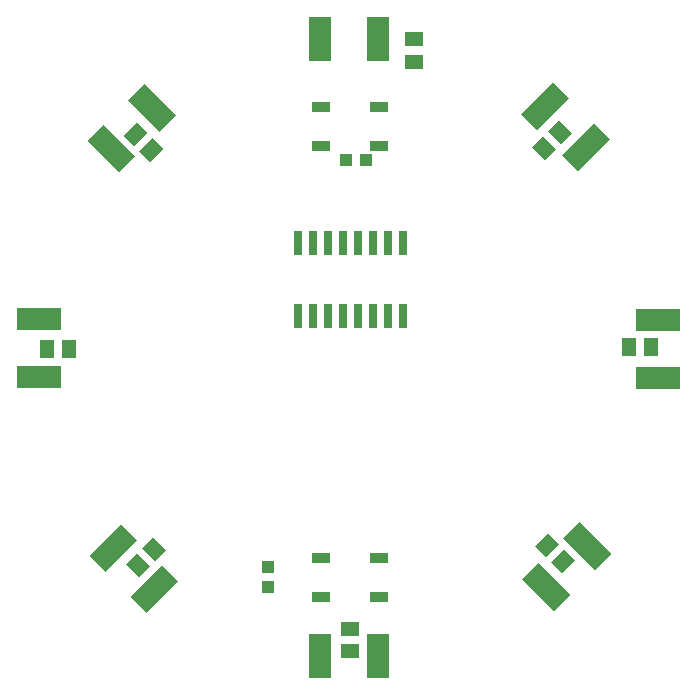
<source format=gbr>
G04 EAGLE Gerber RS-274X export*
G75*
%MOMM*%
%FSLAX34Y34*%
%LPD*%
%INSolderpaste Bottom*%
%IPPOS*%
%AMOC8*
5,1,8,0,0,1.08239X$1,22.5*%
G01*
%ADD10R,0.660400X2.032000*%
%ADD11R,1.500000X0.900000*%
%ADD12R,1.930400X3.810000*%
%ADD13R,3.810000X1.930400*%
%ADD14R,1.600000X1.300000*%
%ADD15R,1.300000X1.600000*%
%ADD16R,1.100000X1.000000*%
%ADD17R,1.000000X1.100000*%


D10*
X77640Y383666D03*
X77640Y322198D03*
X90340Y383666D03*
X103040Y383666D03*
X90340Y322198D03*
X103040Y322198D03*
X115740Y383666D03*
X115740Y322198D03*
X128440Y383666D03*
X128440Y322198D03*
X141140Y383666D03*
X153840Y383666D03*
X141140Y322198D03*
X153840Y322198D03*
X166540Y383666D03*
X166540Y322198D03*
D11*
X97468Y465861D03*
X97468Y498861D03*
X146468Y465861D03*
X146468Y498861D03*
X97535Y84118D03*
X97535Y117118D03*
X146535Y84118D03*
X146535Y117118D03*
D12*
X96765Y556736D03*
X145787Y556736D03*
D13*
G36*
X266614Y493059D02*
X293554Y519999D01*
X307204Y506349D01*
X280264Y479409D01*
X266614Y493059D01*
G37*
G36*
X301278Y458396D02*
X328218Y485336D01*
X341868Y471686D01*
X314928Y444746D01*
X301278Y458396D01*
G37*
X382884Y318460D03*
X382884Y269438D03*
G36*
X316125Y147561D02*
X343065Y120621D01*
X329415Y106971D01*
X302475Y133911D01*
X316125Y147561D01*
G37*
G36*
X281462Y112897D02*
X308402Y85957D01*
X294752Y72307D01*
X267812Y99247D01*
X281462Y112897D01*
G37*
D12*
X145218Y34449D03*
X96196Y34449D03*
D13*
G36*
X-23520Y97779D02*
X-50460Y70839D01*
X-64110Y84489D01*
X-37170Y111429D01*
X-23520Y97779D01*
G37*
G36*
X-58184Y132443D02*
X-85124Y105503D01*
X-98774Y119153D01*
X-71834Y146093D01*
X-58184Y132443D01*
G37*
X-141441Y270707D03*
X-141441Y319729D03*
G36*
X-74035Y443771D02*
X-100975Y470711D01*
X-87325Y484361D01*
X-60385Y457421D01*
X-74035Y443771D01*
G37*
G36*
X-39371Y478435D02*
X-66311Y505375D01*
X-52661Y519025D01*
X-25721Y492085D01*
X-39371Y478435D01*
G37*
D14*
X175558Y556474D03*
X175558Y537474D03*
D15*
G36*
X289265Y478886D02*
X298458Y488079D01*
X309771Y476766D01*
X300578Y467573D01*
X289265Y478886D01*
G37*
G36*
X275830Y465451D02*
X285023Y474644D01*
X296336Y463331D01*
X287143Y454138D01*
X275830Y465451D01*
G37*
X376784Y295656D03*
X357784Y295656D03*
G36*
X303000Y124873D02*
X312193Y115680D01*
X300880Y104367D01*
X291687Y113560D01*
X303000Y124873D01*
G37*
G36*
X289565Y138308D02*
X298758Y129115D01*
X287445Y117802D01*
X278252Y126995D01*
X289565Y138308D01*
G37*
D14*
X122174Y38252D03*
X122174Y57252D03*
D15*
G36*
X-47395Y110438D02*
X-56588Y101245D01*
X-67901Y112558D01*
X-58708Y121751D01*
X-47395Y110438D01*
G37*
G36*
X-33960Y123873D02*
X-43153Y114680D01*
X-54466Y125993D01*
X-45273Y135186D01*
X-33960Y123873D01*
G37*
X-134722Y294640D03*
X-115722Y294640D03*
G36*
X-60858Y465808D02*
X-70051Y475001D01*
X-58738Y486314D01*
X-49545Y477121D01*
X-60858Y465808D01*
G37*
G36*
X-47423Y452373D02*
X-56616Y461566D01*
X-45303Y472879D01*
X-36110Y463686D01*
X-47423Y452373D01*
G37*
D16*
X118391Y454719D03*
X135391Y454719D03*
D17*
X52290Y109899D03*
X52290Y92899D03*
M02*

</source>
